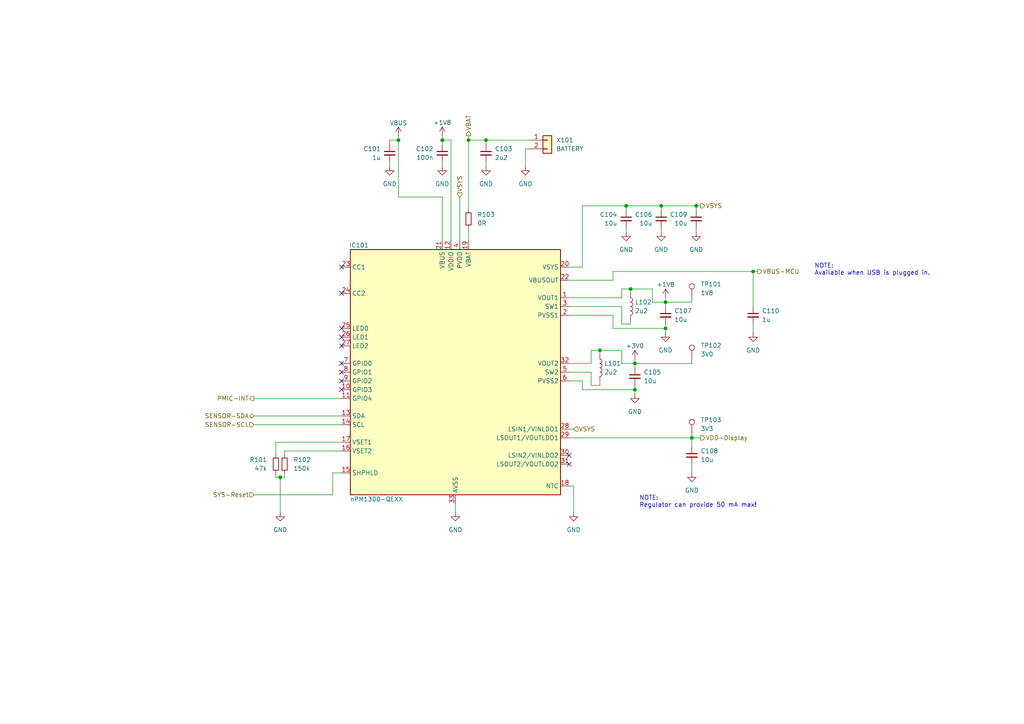
<source format=kicad_sch>
(kicad_sch (version 20250114) (generator "eeschema") (generator_version "9.0")
  (paper "A4")
  (title_block (title "ZSWatch v3") (date "2025-05-05") (rev "0") (company "github.com/jakkra/ZSWatch-HW"))
  (lib_symbols
    (symbol "Connector:TestPoint" (pin_numbers (hide yes)) (pin_names (offset 0.762) (hide yes))
      (property "Reference" "TP" (at 0 6.858 0))
      (property "Value" "TestPoint" (at 0 5.08 0))
      (symbol "TestPoint_0_1"
        (circle (center 0 3.302) (radius 0.762))
      )
      (symbol "TestPoint_1_1"
        (pin passive line (at 0 0 90) (length 2.54) (name "1") (number "1"))
      )
    )
    (symbol "Connector_Generic:Conn_01x02" (pin_names (offset 1.016) (hide yes))
      (property "Reference" "J" (at 0 2.54 0))
      (property "Value" "Conn_01x02" (at 0 -5.08 0))
      (symbol "Conn_01x02_1_1"
        (rectangle (start -1.27 1.27) (end 1.27 -3.81) (stroke (width 0.254)) (fill (type background)))
        (rectangle (start -1.27 0.127) (end 0 -0.127) (stroke (width 0.1524)))
        (rectangle (start -1.27 -2.413) (end 0 -2.667) (stroke (width 0.1524)))
        (pin passive line (at -5.08 0 0) (length 3.81) (name "Pin_1") (number "1"))
        (pin passive line (at -5.08 -2.54 0) (length 3.81) (name "Pin_2") (number "2"))
      )
    )
    (symbol "Device:C_Small" (pin_numbers (hide yes)) (pin_names (offset 0.254) (hide yes))
      (property "Reference" "C" (at 0.254 1.778 0))
      (property "Value" "C_Small" (at 0.254 -2.032 0))
      (symbol "C_Small_0_1"
        (polyline (pts (xy -1.524 0.508) (xy 1.524 0.508)) (stroke (width 0.3048)))
        (polyline (pts (xy -1.524 -0.508) (xy 1.524 -0.508)) (stroke (width 0.3302)))
      )
      (symbol "C_Small_1_1"
        (pin passive line (at 0 2.54 270) (length 2.032) (name "~") (number "1"))
        (pin passive line (at 0 -2.54 90) (length 2.032) (name "~") (number "2"))
      )
    )
    (symbol "Device:L" (pin_numbers (hide yes)) (pin_names (offset 1.016) (hide yes))
      (property "Reference" "L" (at -1.27 0 90))
      (property "Value" "L" (at 1.905 0 90))
      (symbol "L_0_1"
        (arc (start 0 2.54) (mid 0.6323 1.905) (end 0 1.27))
        (arc (start 0 1.27) (mid 0.6323 0.635) (end 0 0))
        (arc (start 0 0) (mid 0.6323 -0.635) (end 0 -1.27))
        (arc (start 0 -1.27) (mid 0.6323 -1.905) (end 0 -2.54))
      )
      (symbol "L_1_1"
        (pin passive line (at 0 3.81 270) (length 1.27) (name "1") (number "1"))
        (pin passive line (at 0 -3.81 90) (length 1.27) (name "2") (number "2"))
      )
    )
    (symbol "Device:R_Small" (pin_numbers (hide yes)) (pin_names (offset 0.254) (hide yes))
      (property "Reference" "R" (at 0.762 0.508 0))
      (property "Value" "R_Small" (at 0.762 -1.016 0))
      (symbol "R_Small_0_1"
        (rectangle (start -0.762 1.778) (end 0.762 -1.778) (stroke (width 0.2032)))
      )
      (symbol "R_Small_1_1"
        (pin passive line (at 0 2.54 270) (length 0.762) (name "~") (number "1"))
        (pin passive line (at 0 -2.54 90) (length 0.762) (name "~") (number "2"))
      )
    )
    (symbol "Nordic:nPM1300-QEXX"
      (property "Reference" "IC" (at -29.845 36.83 0))
      (property "Value" "nPM1300-QEXX" (at -22.86 -36.83 0))
      (symbol "nPM1300-QEXX_1_0"
        (pin input line (at -33.02 30.48 0) (length 2.54) (name "CC1") (number "23"))
        (pin input line (at -33.02 22.86 0) (length 2.54) (name "CC2") (number "24"))
        (pin output line (at -33.02 12.7 0) (length 2.54) (name "LED0") (number "25"))
        (pin output line (at -33.02 10.16 0) (length 2.54) (name "LED1") (number "26"))
        (pin output line (at -33.02 7.62 0) (length 2.54) (name "LED2") (number "27"))
        (pin bidirectional line (at -33.02 2.54 0) (length 2.54) (name "GPIO0") (number "7"))
        (pin bidirectional line (at -33.02 0 0) (length 2.54) (name "GPIO1") (number "8"))
        (pin bidirectional line (at -33.02 -2.54 0) (length 2.54) (name "GPIO2") (number "9"))
        (pin bidirectional line (at -33.02 -5.08 0) (length 2.54) (name "GPIO3") (number "10"))
        (pin bidirectional line (at -33.02 -7.62 0) (length 2.54) (name "GPIO4") (number "11"))
        (pin bidirectional line (at -33.02 -12.7 0) (length 2.54) (name "SDA") (number "13"))
        (pin input line (at -33.02 -15.24 0) (length 2.54) (name "SCL") (number "14"))
        (pin input line (at -33.02 -20.32 0) (length 2.54) (name "VSET1") (number "17"))
        (pin input line (at -33.02 -22.86 0) (length 2.54) (name "VSET2") (number "16"))
        (pin input line (at -33.02 -29.21 0) (length 2.54) (name "SHPHLD") (number "15"))
        (pin power_in line (at -3.81 38.1 270) (length 2.54) (name "VBUS") (number "21"))
        (pin power_in line (at -1.27 38.1 270) (length 2.54) (name "VDDIO") (number "12"))
        (pin passive line (at 0 -38.1 90) (length 2.54) (name "AVSS") (number "33"))
        (pin power_in line (at 1.27 38.1 270) (length 2.54) (name "PVDD") (number "4"))
        (pin power_in line (at 3.81 38.1 270) (length 2.54) (name "VBAT") (number "19"))
        (pin power_out line (at 33.02 30.48 180) (length 2.54) (name "VSYS") (number "20"))
        (pin power_out line (at 33.02 26.67 180) (length 2.54) (name "VBUSOUT") (number "22"))
        (pin power_out line (at 33.02 21.59 180) (length 2.54) (name "VOUT1") (number "1"))
        (pin input line (at 33.02 19.05 180) (length 2.54) (name "SW1") (number "3"))
        (pin input line (at 33.02 16.51 180) (length 2.54) (name "PVSS1") (number "2"))
        (pin power_out line (at 33.02 2.54 180) (length 2.54) (name "VOUT2") (number "32"))
        (pin input line (at 33.02 0 180) (length 2.54) (name "SW2") (number "5"))
        (pin input line (at 33.02 -2.54 180) (length 2.54) (name "PVSS2") (number "6"))
        (pin bidirectional line (at 33.02 -16.51 180) (length 2.54) (name "LSIN1/VINLDO1") (number "28"))
        (pin bidirectional line (at 33.02 -19.05 180) (length 2.54) (name "LSOUT1/VOUTLDO1") (number "29"))
        (pin bidirectional line (at 33.02 -24.13 180) (length 2.54) (name "LSIN2/VINLDO2") (number "30"))
        (pin bidirectional line (at 33.02 -26.67 180) (length 2.54) (name "LSOUT2/VOUTLDO2") (number "31"))
        (pin input line (at 33.02 -33.02 180) (length 2.54) (name "NTC") (number "18"))
      )
      (symbol "nPM1300-QEXX_1_1"
        (rectangle (start -30.48 35.56) (end 30.48 -35.56) (stroke (width 0.254)) (fill (type background)))
      )
    )
    (symbol "power:+1V8" (power) (pin_names (offset 0))
      (property "Value" "+1V8" (at 0 3.556 0))
      (symbol "+1V8_0_1"
        (polyline (pts (xy -0.762 1.27) (xy 0 2.54)))
        (polyline (pts (xy 0 2.54) (xy 0.762 1.27)))
        (polyline (pts (xy 0 0) (xy 0 2.54)))
      )
      (symbol "+1V8_1_1"
        (pin power_in line (at 0 0 90) (length 0) (hide yes) (name "+1V8") (number "1"))
      )
    )
    (symbol "power:+3V0" (power) (pin_names (offset 0))
      (property "Value" "+3V0" (at 0 3.556 0))
      (symbol "+3V0_0_1"
        (polyline (pts (xy -0.762 1.27) (xy 0 2.54)))
        (polyline (pts (xy 0 2.54) (xy 0.762 1.27)))
        (polyline (pts (xy 0 0) (xy 0 2.54)))
      )
      (symbol "+3V0_1_1"
        (pin power_in line (at 0 0 90) (length 0) (hide yes) (name "+3V0") (number "1"))
      )
    )
    (symbol "power:GND" (power) (pin_names (offset 0))
      (property "Value" "GND" (at 0 -3.81 0))
      (symbol "GND_0_1"
        (polyline (pts (xy 0 0) (xy 0 -1.27) (xy 1.27 -1.27) (xy 0 -2.54) (xy -1.27 -1.27) (xy 0 -1.27)))
      )
      (symbol "GND_1_1"
        (pin power_in line (at 0 0 270) (length 0) (hide yes) (name "GND") (number "1"))
      )
    )
    (symbol "power:VBUS" (power) (pin_names (offset 0))
      (property "Value" "VBUS" (at 0 3.81 0))
      (symbol "VBUS_0_1"
        (polyline (pts (xy -0.762 1.27) (xy 0 2.54)))
        (polyline (pts (xy 0 2.54) (xy 0.762 1.27)))
        (polyline (pts (xy 0 0) (xy 0 2.54)))
      )
      (symbol "VBUS_1_1"
        (pin power_in line (at 0 0 90) (length 0) (hide yes) (name "VBUS") (number "1"))
      )
    )
  )
  (text "NOTE:\nAvailable when USB is plugged in." (at 236.22 80.01 0) (effects (font (size 1.27 1.27)) (justify left bottom)))
  (text "NOTE:\nRegulator can provide 50 mA max!" (at 185.42 147.32 0) (effects (font (size 1.27 1.27)) (justify left bottom)))
  (junction (at 181.61 59.69))
  (junction (at 182.88 83.82))
  (junction (at 193.04 87.63))
  (junction (at 128.27 40.64))
  (junction (at 115.57 40.64))
  (junction (at 191.77 59.69))
  (junction (at 200.66 127))
  (junction (at 218.44 78.74))
  (junction (at 81.28 138.43))
  (junction (at 140.97 40.64))
  (junction (at 193.04 95.25))
  (junction (at 135.89 40.64))
  (junction (at 201.93 59.69))
  (junction (at 184.15 113.03))
  (junction (at 184.15 105.41))
  (junction (at 173.99 101.6))
  (no_connect (at 99.06 100.33))
  (no_connect (at 99.06 113.03))
  (no_connect (at 99.06 107.95))
  (no_connect (at 99.06 85.09))
  (no_connect (at 165.1 134.62))
  (no_connect (at 99.06 97.79))
  (no_connect (at 99.06 77.47))
  (no_connect (at 99.06 110.49))
  (no_connect (at 99.06 95.25))
  (no_connect (at 99.06 105.41))
  (no_connect (at 165.1 132.08))
  (wire (pts (xy 96.52 143.51) (xy 96.52 137.16)))
  (wire (pts (xy 180.34 101.6) (xy 180.34 105.41)))
  (wire (pts (xy 81.28 138.43) (xy 81.28 148.59)))
  (wire (pts (xy 140.97 40.64) (xy 140.97 41.91)))
  (wire (pts (xy 200.66 105.41) (xy 200.66 104.14)))
  (wire (pts (xy 201.93 59.69) (xy 201.93 60.96)))
  (wire (pts (xy 171.45 111.76) (xy 173.99 111.76)))
  (wire (pts (xy 135.89 40.64) (xy 135.89 60.96)))
  (wire (pts (xy 201.93 66.04) (xy 201.93 67.31)))
  (wire (pts (xy 73.66 143.51) (xy 96.52 143.51)))
  (wire (pts (xy 165.1 140.97) (xy 166.37 140.97)))
  (wire (pts (xy 189.23 83.82) (xy 189.23 87.63)))
  (wire (pts (xy 73.66 115.57) (xy 99.06 115.57)))
  (wire (pts (xy 180.34 83.82) (xy 182.88 83.82)))
  (wire (pts (xy 184.15 111.76) (xy 184.15 113.03)))
  (wire (pts (xy 200.66 127) (xy 203.2 127)))
  (wire (pts (xy 218.44 78.74) (xy 218.44 88.9)))
  (wire (pts (xy 168.91 113.03) (xy 184.15 113.03)))
  (wire (pts (xy 193.04 87.63) (xy 193.04 88.9)))
  (wire (pts (xy 165.1 81.28) (xy 177.8 81.28)))
  (wire (pts (xy 80.01 137.16) (xy 80.01 138.43)))
  (wire (pts (xy 113.03 40.64) (xy 113.03 41.91)))
  (wire (pts (xy 173.99 111.76) (xy 173.99 110.49)))
  (wire (pts (xy 168.91 59.69) (xy 168.91 77.47)))
  (wire (pts (xy 135.89 40.64) (xy 140.97 40.64)))
  (wire (pts (xy 218.44 93.98) (xy 218.44 96.52)))
  (wire (pts (xy 81.28 138.43) (xy 82.55 138.43)))
  (wire (pts (xy 128.27 57.15) (xy 128.27 69.85)))
  (wire (pts (xy 193.04 87.63) (xy 200.66 87.63)))
  (wire (pts (xy 177.8 95.25) (xy 193.04 95.25)))
  (wire (pts (xy 96.52 137.16) (xy 99.06 137.16)))
  (wire (pts (xy 184.15 113.03) (xy 184.15 114.3)))
  (wire (pts (xy 177.8 78.74) (xy 218.44 78.74)))
  (wire (pts (xy 165.1 110.49) (xy 168.91 110.49)))
  (wire (pts (xy 200.66 125.73) (xy 200.66 127)))
  (wire (pts (xy 165.1 127) (xy 200.66 127)))
  (wire (pts (xy 73.66 120.65) (xy 99.06 120.65)))
  (wire (pts (xy 128.27 46.99) (xy 128.27 48.26)))
  (wire (pts (xy 180.34 105.41) (xy 184.15 105.41)))
  (wire (pts (xy 181.61 59.69) (xy 168.91 59.69)))
  (wire (pts (xy 113.03 46.99) (xy 113.03 48.26)))
  (wire (pts (xy 201.93 59.69) (xy 203.2 59.69)))
  (wire (pts (xy 171.45 105.41) (xy 171.45 101.6)))
  (wire (pts (xy 200.66 134.62) (xy 200.66 137.16)))
  (wire (pts (xy 171.45 101.6) (xy 173.99 101.6)))
  (wire (pts (xy 165.1 91.44) (xy 177.8 91.44)))
  (wire (pts (xy 180.34 88.9) (xy 180.34 93.98)))
  (wire (pts (xy 135.89 66.04) (xy 135.89 69.85)))
  (wire (pts (xy 166.37 140.97) (xy 166.37 148.59)))
  (wire (pts (xy 82.55 130.81) (xy 82.55 132.08)))
  (wire (pts (xy 132.08 146.05) (xy 132.08 148.59)))
  (wire (pts (xy 115.57 57.15) (xy 128.27 57.15)))
  (wire (pts (xy 165.1 124.46) (xy 166.37 124.46)))
  (wire (pts (xy 181.61 59.69) (xy 181.61 60.96)))
  (wire (pts (xy 115.57 39.37) (xy 115.57 40.64)))
  (wire (pts (xy 181.61 59.69) (xy 191.77 59.69)))
  (wire (pts (xy 165.1 86.36) (xy 180.34 86.36)))
  (wire (pts (xy 165.1 105.41) (xy 171.45 105.41)))
  (wire (pts (xy 182.88 93.98) (xy 182.88 92.71)))
  (wire (pts (xy 113.03 40.64) (xy 115.57 40.64)))
  (wire (pts (xy 181.61 66.04) (xy 181.61 67.31)))
  (wire (pts (xy 80.01 138.43) (xy 81.28 138.43)))
  (wire (pts (xy 184.15 105.41) (xy 200.66 105.41)))
  (wire (pts (xy 180.34 86.36) (xy 180.34 83.82)))
  (wire (pts (xy 191.77 59.69) (xy 201.93 59.69)))
  (wire (pts (xy 73.66 123.19) (xy 99.06 123.19)))
  (wire (pts (xy 99.06 130.81) (xy 82.55 130.81)))
  (wire (pts (xy 184.15 104.14) (xy 184.15 105.41)))
  (wire (pts (xy 173.99 101.6) (xy 180.34 101.6)))
  (wire (pts (xy 128.27 39.37) (xy 128.27 40.64)))
  (wire (pts (xy 189.23 87.63) (xy 193.04 87.63)))
  (wire (pts (xy 168.91 110.49) (xy 168.91 113.03)))
  (wire (pts (xy 173.99 101.6) (xy 173.99 102.87)))
  (wire (pts (xy 80.01 128.27) (xy 80.01 132.08)))
  (wire (pts (xy 82.55 138.43) (xy 82.55 137.16)))
  (wire (pts (xy 152.4 43.18) (xy 152.4 48.26)))
  (wire (pts (xy 128.27 41.91) (xy 128.27 40.64)))
  (wire (pts (xy 140.97 40.64) (xy 153.67 40.64)))
  (wire (pts (xy 184.15 105.41) (xy 184.15 106.68)))
  (wire (pts (xy 135.89 39.37) (xy 135.89 40.64)))
  (wire (pts (xy 165.1 77.47) (xy 168.91 77.47)))
  (wire (pts (xy 200.66 87.63) (xy 200.66 86.36)))
  (wire (pts (xy 191.77 59.69) (xy 191.77 60.96)))
  (wire (pts (xy 191.77 66.04) (xy 191.77 67.31)))
  (wire (pts (xy 140.97 46.99) (xy 140.97 48.26)))
  (wire (pts (xy 193.04 93.98) (xy 193.04 95.25)))
  (wire (pts (xy 165.1 107.95) (xy 171.45 107.95)))
  (wire (pts (xy 182.88 83.82) (xy 182.88 85.09)))
  (wire (pts (xy 171.45 107.95) (xy 171.45 111.76)))
  (wire (pts (xy 99.06 128.27) (xy 80.01 128.27)))
  (wire (pts (xy 200.66 127) (xy 200.66 129.54)))
  (wire (pts (xy 128.27 40.64) (xy 130.81 40.64)))
  (wire (pts (xy 177.8 81.28) (xy 177.8 78.74)))
  (wire (pts (xy 182.88 83.82) (xy 189.23 83.82)))
  (wire (pts (xy 130.81 40.64) (xy 130.81 69.85)))
  (wire (pts (xy 193.04 86.36) (xy 193.04 87.63)))
  (wire (pts (xy 153.67 43.18) (xy 152.4 43.18)))
  (wire (pts (xy 165.1 88.9) (xy 180.34 88.9)))
  (wire (pts (xy 177.8 91.44) (xy 177.8 95.25)))
  (wire (pts (xy 115.57 57.15) (xy 115.57 40.64)))
  (wire (pts (xy 193.04 95.25) (xy 193.04 96.52)))
  (wire (pts (xy 218.44 78.74) (xy 219.71 78.74)))
  (wire (pts (xy 180.34 93.98) (xy 182.88 93.98)))
  (wire (pts (xy 133.35 69.85) (xy 133.35 57.15)))
  (hierarchical_label "VSYS" (shape output) (at 203.2 59.69 0))
  (hierarchical_label "VBAT" (shape output) (at 135.89 39.37 90))
  (hierarchical_label "VBUS-MCU" (shape output) (at 219.71 78.74 0))
  (hierarchical_label "SENSOR-SCL" (shape input) (at 73.66 123.19 180))
  (hierarchical_label "SENSOR-SDA" (shape bidirectional) (at 73.66 120.65 180))
  (hierarchical_label "VSYS" (shape input) (at 166.37 124.46 0))
  (hierarchical_label "VDD-Display" (shape output) (at 203.2 127 0))
  (hierarchical_label "VSYS" (shape input) (at 133.35 57.15 90))
  (hierarchical_label "SYS-Reset" (shape input) (at 73.66 143.51 180))
  (hierarchical_label "PMIC-INT" (shape output) (at 73.66 115.57 180))
  (symbol (lib_id "Device:C_Small") (at 218.44 91.44 0) (mirror y) (unit 1)
    (property "Reference" "C110" (at 220.98 90.1763 0) (effects (justify right)))
    (property "Value" "1u" (at 220.98 92.7163 0) (effects (justify right)))
    (property "Footprint" "Capacitor_SMD:C_0603_1608Metric" (effects (hide yes)))
    (property "Mfr." "KYOCERA AVX" (effects (hide yes)))
    (property "Mfr. No." "0603YC105JAT2A" (effects (hide yes)))
    (property "Distributor" "Mouser" (effects (hide yes)))
    (property "Order Number" "581-0603YC105JAT2A" (effects (hide yes)))
  )
  (symbol (lib_id "power:GND") (at 184.15 114.3 0) (unit 1)
    (property "Reference" "#PWR0112" (effects (hide yes)))
    (property "Value" "GND" (at 184.15 119.38 0))
  )
  (symbol (lib_id "Device:L") (at 173.99 106.68 0) (unit 1)
    (property "Reference" "L101" (at 175.26 105.41 0) (effects (justify left)))
    (property "Value" "2u2" (at 175.26 107.95 0) (effects (justify left)))
    (property "Footprint" "Inductor_SMD_Kampi:L_0806_2016" (effects (hide yes)))
    (property "Mfr." "Samsung Electro-Mechanics" (effects (hide yes)))
    (property "Mfr. No." "CIGT201610EH2R2MNE" (effects (hide yes)))
    (property "Distributor" "Mouser" (effects (hide yes)))
    (property "Order Number" "187-CIGT201610EH2R2M" (effects (hide yes)))
  )
  (symbol (lib_id "Device:C_Small") (at 113.03 44.45 0) (unit 1)
    (property "Reference" "C101" (at 110.49 43.1863 0) (effects (justify right)))
    (property "Value" "1u" (at 110.49 45.7263 0) (effects (justify right)))
    (property "Footprint" "Capacitor_SMD:C_0603_1608Metric" (effects (hide yes)))
    (property "Mfr." "KYOCERA AVX" (effects (hide yes)))
    (property "Mfr. No." "0603YC105JAT2A" (effects (hide yes)))
    (property "Distributor" "Mouser" (effects (hide yes)))
    (property "Order Number" "581-0603YC105JAT2A" (effects (hide yes)))
  )
  (symbol (lib_id "Device:C_Small") (at 184.15 109.22 0) (mirror y) (unit 1)
    (property "Reference" "C105" (at 186.69 107.9563 0) (effects (justify right)))
    (property "Value" "10u" (at 186.69 110.4963 0) (effects (justify right)))
    (property "Footprint" "Capacitor_SMD:C_0603_1608Metric" (effects (hide yes)))
    (property "Mfr." "KYOCERA AVX" (effects (hide yes)))
    (property "Mfr. No." "CM105X5R106M25AT" (effects (hide yes)))
    (property "Distributor" "Mouser" (effects (hide yes)))
    (property "Order Number" "346-CM105X5R106M25AT" (effects (hide yes)))
  )
  (symbol (lib_id "Device:R_Small") (at 82.55 134.62 180) (unit 1)
    (property "Reference" "R102" (at 85.09 133.35 0) (effects (justify right)))
    (property "Value" "150k" (at 85.09 135.89 0) (effects (justify right)))
    (property "Footprint" "Resistor_SMD:R_0603_1608Metric" (effects (hide yes)))
    (property "Datasheet" "https://www.mouser.de/datasheet/2/447/YAGEO_PYu_RC_Group_51_RoHS_L_12-3313492.pdf" (effects (hide yes)))
    (property "Distributor" "Mouser" (effects (hide yes)))
    (property "Mfr." "YAGEO" (effects (hide yes)))
    (property "Mfr. No." "RC0603FR-07150KL" (effects (hide yes)))
    (property "Order Number" "603-RC0603FR-07150KL" (effects (hide yes)))
  )
  (symbol (lib_id "Connector:TestPoint") (at 200.66 125.73 0) (unit 1) (in_bom no)
    (property "Reference" "TP103" (at 203.2 121.793 0) (effects (justify left)))
    (property "Value" "3V3" (at 203.2 124.333 0) (effects (justify left)))
    (property "Footprint" "TestPoint:TestPoint_Pad_D1.0mm" (effects (hide yes)))
  )
  (symbol (lib_id "power:+1V8") (at 128.27 39.37 0) (unit 1)
    (property "Reference" "#PWR0104" (effects (hide yes)))
    (property "Value" "+1V8" (at 128.27 35.56 0))
  )
  (symbol (lib_id "Device:C_Small") (at 193.04 91.44 0) (mirror y) (unit 1)
    (property "Reference" "C107" (at 195.58 90.1763 0) (effects (justify right)))
    (property "Value" "10u" (at 195.58 92.7163 0) (effects (justify right)))
    (property "Footprint" "Capacitor_SMD:C_0603_1608Metric" (effects (hide yes)))
    (property "Mfr." "KYOCERA AVX" (effects (hide yes)))
    (property "Mfr. No." "CM105X5R106M25AT" (effects (hide yes)))
    (property "Distributor" "Mouser" (effects (hide yes)))
    (property "Order Number" "346-CM105X5R106M25AT" (effects (hide yes)))
  )
  (symbol (lib_id "power:GND") (at 191.77 67.31 0) (unit 1)
    (property "Reference" "#PWR0113" (effects (hide yes)))
    (property "Value" "GND" (at 191.77 72.39 0))
  )
  (symbol (lib_id "Device:R_Small") (at 80.01 134.62 0) (mirror x) (unit 1)
    (property "Reference" "R101" (at 77.47 133.35 0) (effects (justify right)))
    (property "Value" "47k" (at 77.47 135.89 0) (effects (justify right)))
    (property "Footprint" "Resistor_SMD:R_0603_1608Metric" (effects (hide yes)))
    (property "Datasheet" "https://www.mouser.de/datasheet/2/447/YAGEO_PYu_RC_Group_51_RoHS_L_12-3313492.pdf" (effects (hide yes)))
    (property "Distributor" "Mouser" (effects (hide yes)))
    (property "Mfr." "YAGEO" (effects (hide yes)))
    (property "Mfr. No." "RC0603FR-0747KL" (effects (hide yes)))
    (property "Order Number" "603-RC0603FR-0747KL" (effects (hide yes)))
  )
  (symbol (lib_id "Nordic:nPM1300-QEXX") (at 132.08 107.95 0) (unit 1)
    (property "Reference" "IC101" (at 104.14 71.12 0))
    (property "Value" "nPM1300-QEXX" (at 109.22 144.78 0))
    (property "Footprint" "Package_DFN_QFN:QFN-32-1EP_5x5mm_P0.5mm_EP3.6x3.6mm_ThermalVias" (effects (hide yes)))
    (property "Datasheet" "https://docs.nordicsemi.com/category/npm1300-category" (effects (hide yes)))
    (property "Mfr." "Nordic Semiconductor" (effects (hide yes)))
    (property "Mfr. No." "nPM1300-QEAA-R7" (effects (hide yes)))
    (property "Distributor" "Mouser" (effects (hide yes)))
    (property "Order Number" "949-NPM1300-QEAA-R7" (effects (hide yes)))
  )
  (symbol (lib_id "power:+3V0") (at 184.15 104.14 0) (unit 1)
    (property "Reference" "#PWR0111" (effects (hide yes)))
    (property "Value" "+3V0" (at 184.15 100.33 0))
  )
  (symbol (lib_id "Device:C_Small") (at 191.77 63.5 0) (unit 1)
    (property "Reference" "C106" (at 189.23 62.2363 0) (effects (justify right)))
    (property "Value" "10u" (at 189.23 64.7763 0) (effects (justify right)))
    (property "Footprint" "Capacitor_SMD:C_0603_1608Metric" (effects (hide yes)))
    (property "Mfr." "KYOCERA AVX" (effects (hide yes)))
    (property "Mfr. No." "CM105X5R106M25AT" (effects (hide yes)))
    (property "Distributor" "Mouser" (effects (hide yes)))
    (property "Order Number" "346-CM105X5R106M25AT" (effects (hide yes)))
  )
  (symbol (lib_id "power:GND") (at 152.4 48.26 0) (unit 1)
    (property "Reference" "#PWR0108" (effects (hide yes)))
    (property "Value" "GND" (at 152.4 53.34 0))
  )
  (symbol (lib_id "power:GND") (at 201.93 67.31 0) (unit 1)
    (property "Reference" "#PWR0117" (effects (hide yes)))
    (property "Value" "GND" (at 201.93 72.39 0))
  )
  (symbol (lib_id "Device:L") (at 182.88 88.9 0) (unit 1)
    (property "Reference" "L102" (at 184.15 87.63 0) (effects (justify left)))
    (property "Value" "2u2" (at 184.15 90.17 0) (effects (justify left)))
    (property "Footprint" "Inductor_SMD_Kampi:L_0806_2016" (effects (hide yes)))
    (property "Mfr." "Samsung Electro-Mechanics" (effects (hide yes)))
    (property "Mfr. No." "CIGT201610EH2R2MNE" (effects (hide yes)))
    (property "Distributor" "Mouser" (effects (hide yes)))
    (property "Order Number" "187-CIGT201610EH2R2M" (effects (hide yes)))
  )
  (symbol (lib_id "Connector_Generic:Conn_01x02") (at 158.75 40.64 0) (unit 1)
    (property "Reference" "X101" (at 161.29 40.64 0) (effects (justify left)))
    (property "Value" "BATTERY" (at 161.29 43.18 0) (effects (justify left)))
    (property "Footprint" "Molex:78171-0002" (effects (hide yes)))
    (property "Datasheet" "https://www.molex.com/en-us/products/part-detail/781710002?display=pdf" (effects (hide yes)))
    (property "Mfr." "Molex" (effects (hide yes)))
    (property "Mfr. No." "78171-0002" (effects (hide yes)))
    (property "Distributor" "Mouser" (effects (hide yes)))
    (property "Order Number" "538-78171-0002" (effects (hide yes)))
  )
  (symbol (lib_id "power:GND") (at 132.08 148.59 0) (unit 1)
    (property "Reference" "#PWR0106" (effects (hide yes)))
    (property "Value" "GND" (at 132.08 153.67 0))
  )
  (symbol (lib_id "Device:R_Small") (at 135.89 63.5 0) (mirror y) (unit 1)
    (property "Reference" "R103" (at 138.43 62.23 0) (effects (justify right)))
    (property "Value" "0R" (at 138.43 64.77 0) (effects (justify right)))
    (property "Footprint" "Resistor_SMD:R_0402_1005Metric" (effects (hide yes)))
    (property "Distributor" "Mouser" (effects (hide yes)))
    (property "Mfr." "Bourns" (effects (hide yes)))
    (property "Mfr. No." "CR0402-J/-000GLF" (effects (hide yes)))
    (property "Order Number" "652-CR0603-J/-000ELF" (effects (hide yes)))
  )
  (symbol (lib_id "power:GND") (at 113.03 48.26 0) (unit 1)
    (property "Reference" "#PWR0102" (effects (hide yes)))
    (property "Value" "GND" (at 113.03 53.34 0))
  )
  (symbol (lib_id "Device:C_Small") (at 181.61 63.5 0) (unit 1)
    (property "Reference" "C104" (at 179.07 62.2363 0) (effects (justify right)))
    (property "Value" "10u" (at 179.07 64.7763 0) (effects (justify right)))
    (property "Footprint" "Capacitor_SMD:C_0603_1608Metric" (effects (hide yes)))
    (property "Mfr." "KYOCERA AVX" (effects (hide yes)))
    (property "Mfr. No." "CM105X5R106M25AT" (effects (hide yes)))
    (property "Distributor" "Mouser" (effects (hide yes)))
    (property "Order Number" "346-CM105X5R106M25AT" (effects (hide yes)))
  )
  (symbol (lib_id "Device:C_Small") (at 140.97 44.45 0) (mirror y) (unit 1)
    (property "Reference" "C103" (at 143.51 43.1863 0) (effects (justify right)))
    (property "Value" "2u2" (at 143.51 45.7263 0) (effects (justify right)))
    (property "Footprint" "Capacitor_SMD:C_0603_1608Metric" (effects (hide yes)))
    (property "Mfr." "KYOCERA AVX" (effects (hide yes)))
    (property "Mfr. No." "06036D225KAT2A" (effects (hide yes)))
    (property "Distributor" "Mouser" (effects (hide yes)))
    (property "Order Number" "581-06036D225KAT2A" (effects (hide yes)))
  )
  (symbol (lib_id "power:GND") (at 181.61 67.31 0) (unit 1)
    (property "Reference" "#PWR0110" (effects (hide yes)))
    (property "Value" "GND" (at 181.61 72.39 0))
  )
  (symbol (lib_id "power:GND") (at 200.66 137.16 0) (unit 1)
    (property "Reference" "#PWR0116" (effects (hide yes)))
    (property "Value" "GND" (at 200.66 142.24 0))
  )
  (symbol (lib_id "Device:C_Small") (at 200.66 132.08 0) (mirror y) (unit 1)
    (property "Reference" "C108" (at 203.2 130.8163 0) (effects (justify right)))
    (property "Value" "10u" (at 203.2 133.3563 0) (effects (justify right)))
    (property "Footprint" "Capacitor_SMD:C_0603_1608Metric" (effects (hide yes)))
    (property "Mfr." "KYOCERA AVX" (effects (hide yes)))
    (property "Mfr. No." "CM105X5R106M25AT" (effects (hide yes)))
    (property "Distributor" "Mouser" (effects (hide yes)))
    (property "Order Number" "346-CM105X5R106M25AT" (effects (hide yes)))
  )
  (symbol (lib_id "power:+1V8") (at 193.04 86.36 0) (unit 1)
    (property "Reference" "#PWR0114" (effects (hide yes)))
    (property "Value" "+1V8" (at 193.04 82.55 0))
  )
  (symbol (lib_id "Connector:TestPoint") (at 200.66 104.14 0) (unit 1) (in_bom no)
    (property "Reference" "TP102" (at 203.2 100.203 0) (effects (justify left)))
    (property "Value" "3V0" (at 203.2 102.743 0) (effects (justify left)))
    (property "Footprint" "TestPoint:TestPoint_Pad_D1.0mm" (effects (hide yes)))
  )
  (symbol (lib_id "power:GND") (at 218.44 96.52 0) (unit 1)
    (property "Reference" "#PWR0118" (effects (hide yes)))
    (property "Value" "GND" (at 218.44 101.6 0))
  )
  (symbol (lib_id "power:VBUS") (at 115.57 39.37 0) (mirror y) (unit 1)
    (property "Reference" "#PWR0103" (effects (hide yes)))
    (property "Value" "VBUS" (at 115.57 35.6616 0))
  )
  (symbol (lib_id "Device:C_Small") (at 128.27 44.45 0) (unit 1)
    (property "Reference" "C102" (at 125.73 43.1863 0) (effects (justify right)))
    (property "Value" "100n" (at 125.73 45.7263 0) (effects (justify right)))
    (property "Footprint" "Capacitor_SMD:C_0603_1608Metric" (effects (hide yes)))
    (property "Mfr." "KYOCERA AVX" (effects (hide yes)))
    (property "Mfr. No." "06035C104KAT2A" (effects (hide yes)))
    (property "Distributor" "Mouser" (effects (hide yes)))
    (property "Order Number" "581-06035C104KAT2A" (effects (hide yes)))
  )
  (symbol (lib_id "Device:C_Small") (at 201.93 63.5 0) (unit 1)
    (property "Reference" "C109" (at 199.39 62.2363 0) (effects (justify right)))
    (property "Value" "10u" (at 199.39 64.7763 0) (effects (justify right)))
    (property "Footprint" "Capacitor_SMD:C_0603_1608Metric" (effects (hide yes)))
    (property "Mfr." "KYOCERA AVX" (effects (hide yes)))
    (property "Mfr. No." "CM105X5R106M25AT" (effects (hide yes)))
    (property "Distributor" "Mouser" (effects (hide yes)))
    (property "Order Number" "346-CM105X5R106M25AT" (effects (hide yes)))
  )
  (symbol (lib_id "power:GND") (at 166.37 148.59 0) (unit 1)
    (property "Reference" "#PWR0109" (effects (hide yes)))
    (property "Value" "GND" (at 166.37 153.67 0))
  )
  (symbol (lib_id "power:GND") (at 140.97 48.26 0) (unit 1)
    (property "Reference" "#PWR0107" (effects (hide yes)))
    (property "Value" "GND" (at 140.97 53.34 0))
  )
  (symbol (lib_id "Connector:TestPoint") (at 200.66 86.36 0) (unit 1) (in_bom no)
    (property "Reference" "TP101" (at 203.2 82.423 0) (effects (justify left)))
    (property "Value" "1V8" (at 203.2 84.963 0) (effects (justify left)))
    (property "Footprint" "TestPoint:TestPoint_Pad_D1.0mm" (effects (hide yes)))
  )
  (symbol (lib_id "power:GND") (at 193.04 96.52 0) (unit 1)
    (property "Reference" "#PWR0115" (effects (hide yes)))
    (property "Value" "GND" (at 193.04 101.6 0))
  )
  (symbol (lib_id "power:GND") (at 128.27 48.26 0) (unit 1)
    (property "Reference" "#PWR0105" (effects (hide yes)))
    (property "Value" "GND" (at 128.27 53.34 0))
  )
  (symbol (lib_id "power:GND") (at 81.28 148.59 0) (unit 1)
    (property "Reference" "#PWR0101" (effects (hide yes)))
    (property "Value" "GND" (at 81.28 153.67 0))
  )
)
</source>
